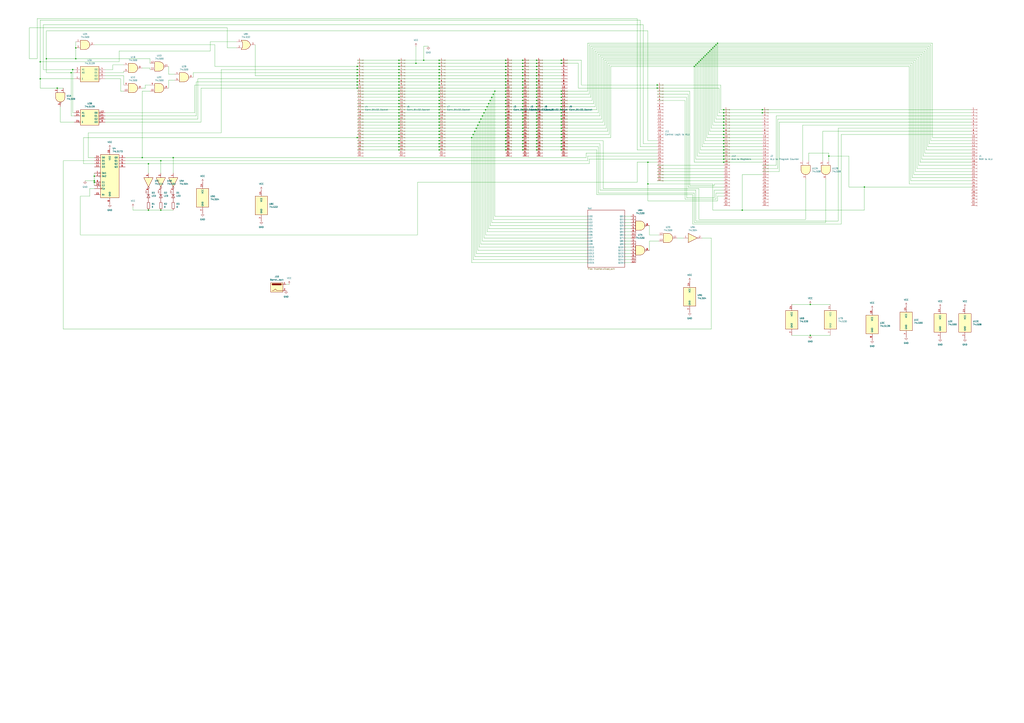
<source format=kicad_sch>
(kicad_sch (version 20231120) (generator "eeschema") (generator_version "8.0")
  (paper "A1")
  (junction (at 440.69 115.57))
  (junction (at 415.29 97.79))
  (junction (at 594.36 105.41))
  (junction (at 360.68 82.55))
  (junction (at 429.26 115.57))
  (junction (at 461.01 92.71))
  (junction (at 440.69 123.19))
  (junction (at 293.37 113.03))
  (junction (at 574.04 50.8))
  (junction (at 594.36 133.35))
  (junction (at 440.69 85.09))
  (junction (at 461.01 120.65))
  (junction (at 360.68 52.07))
  (junction (at 594.36 130.81))
  (junction (at 429.26 92.71))
  (junction (at 360.68 102.87))
  (junction (at 461.01 100.33))
  (junction (at 572.77 52.07))
  (junction (at 594.36 107.95))
  (junction (at 461.01 102.87))
  (junction (at 579.12 45.72))
  (junction (at 709.93 153.67))
  (junction (at 327.66 118.11))
  (junction (at 415.29 64.77))
  (junction (at 429.26 107.95))
  (junction (at 360.68 92.71))
  (junction (at 594.36 128.27))
  (junction (at 594.36 102.87))
  (junction (at 626.11 90.17))
  (junction (at 360.68 74.93))
  (junction (at 341.63 52.07))
  (junction (at 429.26 67.31))
  (junction (at 62.23 48.26))
  (junction (at 58.42 59.69))
  (junction (at 327.66 49.53))
  (junction (at 415.29 120.65))
  (junction (at 327.66 115.57))
  (junction (at 400.05 87.63))
  (junction (at 293.37 62.23))
  (junction (at 581.66 43.18))
  (junction (at 402.59 82.55))
  (junction (at 440.69 49.53))
  (junction (at 594.36 123.19))
  (junction (at 594.36 120.65))
  (junction (at 360.68 59.69))
  (junction (at 584.2 40.64))
  (junction (at 429.26 69.85))
  (junction (at 680.72 128.27))
  (junction (at 440.69 113.03))
  (junction (at 440.69 62.23))
  (junction (at 415.29 54.61))
  (junction (at 429.26 57.15))
  (junction (at 461.01 85.09))
  (junction (at 461.01 113.03))
  (junction (at 360.68 69.85))
  (junction (at 121.92 134.62))
  (junction (at 327.66 105.41))
  (junction (at 33.02 64.77))
  (junction (at 429.26 87.63))
  (junction (at 415.29 80.01))
  (junction (at 401.32 85.09))
  (junction (at 415.29 90.17))
  (junction (at 360.68 100.33))
  (junction (at 360.68 64.77))
  (junction (at 461.01 90.17))
  (junction (at 429.26 100.33))
  (junction (at 327.66 90.17))
  (junction (at 440.69 77.47))
  (junction (at 389.89 107.95))
  (junction (at 327.66 82.55))
  (junction (at 440.69 97.79))
  (junction (at 293.37 64.77))
  (junction (at 588.01 36.83))
  (junction (at 293.37 72.39))
  (junction (at 589.28 35.56))
  (junction (at 429.26 85.09))
  (junction (at 429.26 49.53))
  (junction (at 327.66 102.87))
  (junction (at 539.75 72.39))
  (junction (at 415.29 113.03))
  (junction (at 440.69 80.01))
  (junction (at 293.37 57.15))
  (junction (at 461.01 52.07))
  (junction (at 360.68 113.03))
  (junction (at 429.26 97.79))
  (junction (at 415.29 105.41))
  (junction (at 396.24 95.25))
  (junction (at 391.16 105.41))
  (junction (at 415.29 100.33))
  (junction (at 327.66 92.71))
  (junction (at 532.13 133.35))
  (junction (at 440.69 87.63))
  (junction (at 415.29 67.31))
  (junction (at 461.01 95.25))
  (junction (at 440.69 95.25))
  (junction (at 406.4 74.93))
  (junction (at 429.26 62.23))
  (junction (at 360.68 120.65))
  (junction (at 62.23 39.37))
  (junction (at 347.98 49.53))
  (junction (at 594.36 113.03))
  (junction (at 461.01 87.63))
  (junction (at 360.68 80.01))
  (junction (at 327.66 85.09))
  (junction (at 429.26 123.19))
  (junction (at 403.86 80.01))
  (junction (at 360.68 62.23))
  (junction (at 59.69 57.15))
  (junction (at 405.13 77.47))
  (junction (at 429.26 90.17))
  (junction (at 586.74 38.1))
  (junction (at 415.29 82.55))
  (junction (at 327.66 123.19))
  (junction (at 77.47 149.86))
  (junction (at 585.47 39.37))
  (junction (at 293.37 59.69))
  (junction (at 594.36 97.79))
  (junction (at 77.47 144.78))
  (junction (at 415.29 102.87))
  (junction (at 461.01 123.19))
  (junction (at 415.29 77.47))
  (junction (at 461.01 49.53))
  (junction (at 415.29 74.93))
  (junction (at 415.29 115.57))
  (junction (at 461.01 110.49))
  (junction (at 415.29 123.19))
  (junction (at 327.66 87.63))
  (junction (at 594.36 118.11))
  (junction (at 440.69 120.65))
  (junction (at 582.93 41.91))
  (junction (at 415.29 110.49))
  (junction (at 293.37 69.85))
  (junction (at 415.29 49.53))
  (junction (at 415.29 62.23))
  (junction (at 360.68 57.15))
  (junction (at 461.01 105.41))
  (junction (at 440.69 110.49))
  (junction (at 360.68 95.25))
  (junction (at 440.69 57.15))
  (junction (at 132.08 172.72))
  (junction (at 415.29 118.11))
  (junction (at 116.84 129.54))
  (junction (at 440.69 54.61))
  (junction (at 440.69 59.69))
  (junction (at 415.29 57.15))
  (junction (at 429.26 110.49))
  (junction (at 327.66 80.01))
  (junction (at 327.66 62.23))
  (junction (at 440.69 74.93))
  (junction (at 577.85 46.99))
  (junction (at 397.51 92.71))
  (junction (at 594.36 110.49))
  (junction (at 360.68 115.57))
  (junction (at 360.68 118.11))
  (junction (at 77.47 148.59))
  (junction (at 392.43 102.87))
  (junction (at 594.36 125.73))
  (junction (at 665.48 250.19))
  (junction (at 539.75 69.85))
  (junction (at 429.26 82.55))
  (junction (at 393.7 100.33))
  (junction (at 327.66 74.93))
  (junction (at 415.29 59.69))
  (junction (at 461.01 77.47))
  (junction (at 570.23 54.61))
  (junction (at 360.68 90.17))
  (junction (at 440.69 72.39))
  (junction (at 580.39 44.45))
  (junction (at 46.99 72.39))
  (junction (at 609.6 172.72))
  (junction (at 415.29 72.39))
  (junction (at 461.01 97.79))
  (junction (at 440.69 105.41))
  (junction (at 388.62 110.49))
  (junction (at 38.1 48.26))
  (junction (at 327.66 97.79))
  (junction (at 327.66 100.33))
  (junction (at 327.66 107.95))
  (junction (at 429.26 105.41))
  (junction (at 327.66 64.77))
  (junction (at 440.69 52.07))
  (junction (at 360.68 49.53))
  (junction (at 327.66 54.61))
  (junction (at 461.01 118.11))
  (junction (at 360.68 110.49))
  (junction (at 429.26 80.01))
  (junction (at 532.13 151.13))
  (junction (at 142.24 129.54))
  (junction (at 387.35 113.03))
  (junction (at 429.26 54.61))
  (junction (at 360.68 105.41))
  (junction (at 415.29 69.85))
  (junction (at 429.26 72.39))
  (junction (at 394.97 97.79))
  (junction (at 360.68 87.63))
  (junction (at 327.66 77.47))
  (junction (at 594.36 95.25))
  (junction (at 327.66 69.85))
  (junction (at 440.69 69.85))
  (junction (at 594.36 90.17))
  (junction (at 594.36 92.71))
  (junction (at 429.26 59.69))
  (junction (at 360.68 54.61))
  (junction (at 360.68 67.31))
  (junction (at 327.66 59.69))
  (junction (at 415.29 95.25))
  (junction (at 327.66 120.65))
  (junction (at 461.01 115.57))
  (junction (at 461.01 80.01))
  (junction (at 415.29 92.71))
  (junction (at 429.26 95.25))
  (junction (at 575.31 49.53))
  (junction (at 415.29 52.07))
  (junction (at 33.02 50.8))
  (junction (at 461.01 107.95))
  (junction (at 665.48 275.59))
  (junction (at 360.68 107.95))
  (junction (at 327.66 67.31))
  (junction (at 293.37 54.61))
  (junction (at 626.11 92.71))
  (junction (at 429.26 64.77))
  (junction (at 415.29 87.63))
  (junction (at 429.26 118.11))
  (junction (at 327.66 95.25))
  (junction (at 440.69 118.11))
  (junction (at 461.01 82.55))
  (junction (at 360.68 123.19))
  (junction (at 429.26 77.47))
  (junction (at 327.66 113.03))
  (junction (at 594.36 115.57))
  (junction (at 576.58 48.26))
  (junction (at 461.01 74.93))
  (junction (at 398.78 90.17))
  (junction (at 327.66 52.07))
  (junction (at 440.69 100.33))
  (junction (at 415.29 107.95))
  (junction (at 429.26 74.93))
  (junction (at 429.26 113.03))
  (junction (at 121.92 172.72))
  (junction (at 440.69 67.31))
  (junction (at 415.29 85.09))
  (junction (at 132.08 132.08))
  (junction (at 594.36 100.33))
  (junction (at 440.69 102.87))
  (junction (at 429.26 120.65))
  (junction (at 440.69 82.55))
  (junction (at 360.68 77.47))
  (junction (at 429.26 52.07))
  (junction (at 360.68 85.09))
  (junction (at 360.68 97.79))
  (junction (at 440.69 92.71))
  (junction (at 429.26 102.87))
  (junction (at 327.66 110.49))
  (junction (at 293.37 67.31))
  (junction (at 360.68 72.39))
  (junction (at 571.5 53.34))
  (junction (at 327.66 57.15))
  (junction (at 327.66 72.39))
  (junction (at 440.69 64.77))
  (junction (at 440.69 90.17))
  (junction (at 440.69 107.95))
  (wire (pts (xy 440.69 62.23) (xy 461.01 62.23)))
  (wire (pts (xy 162.56 64.77) (xy 293.37 64.77)))
  (wire (pts (xy 387.35 215.9) (xy 482.6 215.9)))
  (wire (pts (xy 38.1 48.26) (xy 62.23 48.26)))
  (wire (pts (xy 759.46 125.73) (xy 797.56 125.73)))
  (wire (pts (xy 570.23 54.61) (xy 501.65 54.61)))
  (wire (pts (xy 568.96 184.15) (xy 690.88 184.15)))
  (wire (pts (xy 594.36 90.17) (xy 626.11 90.17)))
  (wire (pts (xy 293.37 57.15) (xy 327.66 57.15)))
  (wire (pts (xy 86.36 59.69) (xy 101.6 59.69)))
  (wire (pts (xy 532.13 133.35) (xy 539.75 133.35)))
  (wire (pts (xy 585.47 172.72) (xy 585.47 151.13)))
  (wire (pts (xy 52.07 132.08) (xy 77.47 132.08)))
  (wire (pts (xy 429.26 64.77) (xy 440.69 64.77)))
  (wire (pts (xy 539.75 138.43) (xy 594.36 138.43)))
  (wire (pts (xy 440.69 67.31) (xy 461.01 67.31)))
  (wire (pts (xy 327.66 74.93) (xy 360.68 74.93)))
  (wire (pts (xy 576.58 48.26) (xy 576.58 120.65)))
  (wire (pts (xy 533.4 193.04) (xy 541.02 193.04)))
  (wire (pts (xy 539.75 123.19) (xy 523.24 123.19)))
  (wire (pts (xy 576.58 48.26) (xy 753.11 48.26)))
  (wire (pts (xy 24.13 48.26) (xy 24.13 22.86)))
  (wire (pts (xy 327.66 120.65) (xy 360.68 120.65)))
  (wire (pts (xy 586.74 156.21) (xy 586.74 162.56)))
  (wire (pts (xy 327.66 77.47) (xy 360.68 77.47)))
  (wire (pts (xy 495.3 48.26) (xy 576.58 48.26)))
  (wire (pts (xy 513.08 195.58) (xy 518.16 195.58)))
  (wire (pts (xy 234.95 233.68) (xy 237.49 233.68)))
  (wire (pts (xy 594.36 133.35) (xy 626.11 133.35)))
  (wire (pts (xy 594.36 92.71) (xy 626.11 92.71)))
  (wire (pts (xy 415.29 49.53) (xy 429.26 49.53)))
  (wire (pts (xy 394.97 200.66) (xy 482.6 200.66)))
  (wire (pts (xy 758.19 43.18) (xy 758.19 128.27)))
  (wire (pts (xy 360.68 95.25) (xy 396.24 95.25)))
  (wire (pts (xy 570.23 54.61) (xy 570.23 133.35)))
  (wire (pts (xy 415.29 62.23) (xy 429.26 62.23)))
  (wire (pts (xy 572.77 52.07) (xy 749.3 52.07)))
  (wire (pts (xy 38.1 59.69) (xy 38.1 48.26)))
  (wire (pts (xy 86.36 95.25) (xy 161.29 95.25)))
  (wire (pts (xy 748.03 53.34) (xy 748.03 148.59)))
  (wire (pts (xy 513.08 198.12) (xy 518.16 198.12)))
  (wire (pts (xy 388.62 110.49) (xy 415.29 110.49)))
  (wire (pts (xy 360.68 107.95) (xy 389.89 107.95)))
  (wire (pts (xy 572.77 52.07) (xy 499.11 52.07)))
  (wire (pts (xy 594.36 125.73) (xy 626.11 125.73)))
  (wire (pts (xy 709.93 153.67) (xy 697.23 153.67)))
  (wire (pts (xy 525.78 120.65) (xy 539.75 120.65)))
  (wire (pts (xy 626.11 92.71) (xy 797.56 92.71)))
  (wire (pts (xy 594.36 118.11) (xy 626.11 118.11)))
  (wire (pts (xy 396.24 95.25) (xy 415.29 95.25)))
  (wire (pts (xy 360.68 69.85) (xy 415.29 69.85)))
  (wire (pts (xy 750.57 143.51) (xy 797.56 143.51)))
  (wire (pts (xy 440.69 85.09) (xy 461.01 85.09)))
  (wire (pts (xy 440.69 87.63) (xy 461.01 87.63)))
  (wire (pts (xy 293.37 72.39) (xy 327.66 72.39)))
  (wire (pts (xy 594.36 113.03) (xy 626.11 113.03)))
  (wire (pts (xy 756.92 130.81) (xy 797.56 130.81)))
  (wire (pts (xy 293.37 105.41) (xy 327.66 105.41)))
  (wire (pts (xy 678.18 147.32) (xy 678.18 182.88)))
  (wire (pts (xy 393.7 203.2) (xy 393.7 100.33)))
  (wire (pts (xy 415.29 64.77) (xy 429.26 64.77)))
  (wire (pts (xy 360.68 62.23) (xy 415.29 62.23)))
  (wire (pts (xy 68.58 134.62) (xy 77.47 134.62)))
  (wire (pts (xy 176.53 54.61) (xy 293.37 54.61)))
  (wire (pts (xy 327.66 105.41) (xy 360.68 105.41)))
  (wire (pts (xy 209.55 36.83) (xy 209.55 62.23)))
  (wire (pts (xy 491.49 92.71) (xy 461.01 92.71)))
  (wire (pts (xy 523.24 133.35) (xy 532.13 133.35)))
  (wire (pts (xy 594.36 97.79) (xy 626.11 97.79)))
  (wire (pts (xy 650.24 275.59) (xy 665.48 275.59)))
  (wire (pts (xy 576.58 195.58) (xy 584.2 195.58)))
  (wire (pts (xy 763.27 38.1) (xy 763.27 118.11)))
  (wire (pts (xy 429.26 120.65) (xy 440.69 120.65)))
  (wire (pts (xy 102.87 132.08) (xy 132.08 132.08)))
  (wire (pts (xy 293.37 100.33) (xy 327.66 100.33)))
  (wire (pts (xy 609.6 172.72) (xy 585.47 172.72)))
  (wire (pts (xy 429.26 115.57) (xy 440.69 115.57)))
  (wire (pts (xy 429.26 97.79) (xy 440.69 97.79)))
  (wire (pts (xy 490.22 90.17) (xy 490.22 43.18)))
  (wire (pts (xy 400.05 190.5) (xy 482.6 190.5)))
  (wire (pts (xy 440.69 80.01) (xy 461.01 80.01)))
  (wire (pts (xy 582.93 41.91) (xy 488.95 41.91)))
  (wire (pts (xy 429.26 82.55) (xy 440.69 82.55)))
  (wire (pts (xy 397.51 195.58) (xy 482.6 195.58)))
  (wire (pts (xy 594.36 156.21) (xy 586.74 156.21)))
  (wire (pts (xy 415.29 85.09) (xy 429.26 85.09)))
  (wire (pts (xy 589.28 165.1) (xy 532.13 165.1)))
  (wire (pts (xy 77.47 144.78) (xy 77.47 148.59)))
  (wire (pts (xy 539.75 148.59) (xy 594.36 148.59)))
  (wire (pts (xy 293.37 92.71) (xy 327.66 92.71)))
  (wire (pts (xy 429.26 118.11) (xy 440.69 118.11)))
  (wire (pts (xy 497.84 50.8) (xy 574.04 50.8)))
  (wire (pts (xy 582.93 107.95) (xy 594.36 107.95)))
  (wire (pts (xy 562.61 163.83) (xy 588.01 163.83)))
  (wire (pts (xy 401.32 187.96) (xy 482.6 187.96)))
  (wire (pts (xy 680.72 128.27) (xy 680.72 125.73)))
  (wire (pts (xy 406.4 177.8) (xy 406.4 74.93)))
  (wire (pts (xy 539.75 77.47) (xy 565.15 77.47)))
  (wire (pts (xy 497.84 105.41) (xy 497.84 50.8)))
  (wire (pts (xy 594.36 102.87) (xy 626.11 102.87)))
  (wire (pts (xy 461.01 74.93) (xy 482.6 74.93)))
  (wire (pts (xy 99.06 74.93) (xy 101.6 74.93)))
  (wire (pts (xy 360.68 97.79) (xy 394.97 97.79)))
  (wire (pts (xy 293.37 123.19) (xy 327.66 123.19)))
  (wire (pts (xy 594.36 120.65) (xy 626.11 120.65)))
  (wire (pts (xy 588.01 158.75) (xy 594.36 158.75)))
  (wire (pts (xy 403.86 182.88) (xy 482.6 182.88)))
  (wire (pts (xy 574.04 50.8) (xy 574.04 125.73)))
  (wire (pts (xy 116.84 129.54) (xy 142.24 129.54)))
  (wire (pts (xy 389.89 210.82) (xy 389.89 107.95)))
  (wire (pts (xy 293.37 54.61) (xy 327.66 54.61)))
  (wire (pts (xy 327.66 67.31) (xy 360.68 67.31)))
  (wire (pts (xy 797.56 100.33) (xy 640.08 100.33)))
  (wire (pts (xy 797.56 105.41) (xy 688.34 105.41)))
  (wire (pts (xy 440.69 100.33) (xy 461.01 100.33)))
  (wire (pts (xy 541.02 198.12) (xy 533.4 198.12)))
  (wire (pts (xy 360.68 100.33) (xy 393.7 100.33)))
  (wire (pts (xy 589.28 161.29) (xy 589.28 165.1)))
  (wire (pts (xy 181.61 109.22) (xy 72.39 109.22)))
  (wire (pts (xy 440.69 95.25) (xy 461.01 95.25)))
  (wire (pts (xy 584.2 105.41) (xy 594.36 105.41)))
  (wire (pts (xy 360.68 52.07) (xy 415.29 52.07)))
  (wire (pts (xy 86.36 92.71) (xy 160.02 92.71)))
  (wire (pts (xy 92.71 57.15) (xy 92.71 53.34)))
  (wire (pts (xy 490.22 160.02) (xy 490.22 123.19)))
  (wire (pts (xy 581.66 43.18) (xy 758.19 43.18)))
  (wire (pts (xy 590.55 92.71) (xy 590.55 72.39)))
  (wire (pts (xy 501.65 54.61) (xy 501.65 113.03)))
  (wire (pts (xy 429.26 67.31) (xy 440.69 67.31)))
  (wire (pts (xy 58.42 95.25) (xy 58.42 59.69)))
  (wire (pts (xy 590.55 72.39) (xy 539.75 72.39)))
  (wire (pts (xy 293.37 77.47) (xy 327.66 77.47)))
  (wire (pts (xy 488.95 41.91) (xy 488.95 87.63)))
  (wire (pts (xy 398.78 193.04) (xy 398.78 90.17)))
  (wire (pts (xy 327.66 62.23) (xy 360.68 62.23)))
  (wire (pts (xy 58.42 59.69) (xy 38.1 59.69)))
  (wire (pts (xy 360.68 90.17) (xy 398.78 90.17)))
  (wire (pts (xy 429.26 113.03) (xy 440.69 113.03)))
  (wire (pts (xy 499.11 52.07) (xy 499.11 107.95)))
  (wire (pts (xy 406.4 177.8) (xy 482.6 177.8)))
  (wire (pts (xy 415.29 74.93) (xy 429.26 74.93)))
  (wire (pts (xy 33.02 64.77) (xy 33.02 72.39)))
  (wire (pts (xy 594.36 128.27) (xy 626.11 128.27)))
  (wire (pts (xy 415.29 92.71) (xy 429.26 92.71)))
  (wire (pts (xy 360.68 64.77) (xy 415.29 64.77)))
  (wire (pts (xy 566.42 152.4) (xy 586.74 152.4)))
  (wire (pts (xy 576.58 120.65) (xy 594.36 120.65)))
  (wire (pts (xy 59.69 57.15) (xy 59.69 92.71)))
  (wire (pts (xy 764.54 36.83) (xy 764.54 115.57)))
  (wire (pts (xy 60.96 95.25) (xy 58.42 95.25)))
  (wire (pts (xy 440.69 110.49) (xy 461.01 110.49)))
  (wire (pts (xy 523.24 149.86) (xy 523.24 133.35)))
  (wire (pts (xy 415.29 105.41) (xy 429.26 105.41)))
  (wire (pts (xy 293.37 80.01) (xy 327.66 80.01)))
  (wire (pts (xy 391.16 208.28) (xy 482.6 208.28)))
  (wire (pts (xy 293.37 59.69) (xy 327.66 59.69)))
  (wire (pts (xy 488.95 87.63) (xy 461.01 87.63)))
  (wire (pts (xy 591.82 90.17) (xy 594.36 90.17)))
  (wire (pts (xy 415.29 100.33) (xy 429.26 100.33)))
  (wire (pts (xy 797.56 95.25) (xy 637.54 95.25)))
  (wire (pts (xy 391.16 208.28) (xy 391.16 105.41)))
  (wire (pts (xy 327.66 59.69) (xy 360.68 59.69)))
  (wire (pts (xy 165.1 100.33) (xy 165.1 72.39)))
  (wire (pts (xy 138.43 60.96) (xy 143.51 60.96)))
  (wire (pts (xy 429.26 85.09) (xy 440.69 85.09)))
  (wire (pts (xy 461.01 120.65) (xy 491.49 120.65)))
  (wire (pts (xy 594.36 123.19) (xy 626.11 123.19)))
  (wire (pts (xy 77.47 36.83) (xy 176.53 36.83)))
  (wire (pts (xy 347.98 38.1) (xy 347.98 49.53)))
  (wire (pts (xy 293.37 102.87) (xy 327.66 102.87)))
  (wire (pts (xy 501.65 113.03) (xy 461.01 113.03)))
  (wire (pts (xy 440.69 123.19) (xy 461.01 123.19)))
  (wire (pts (xy 327.66 100.33) (xy 360.68 100.33)))
  (wire (pts (xy 756.92 44.45) (xy 756.92 130.81)))
  (wire (pts (xy 440.69 105.41) (xy 461.01 105.41)))
  (wire (pts (xy 589.28 95.25) (xy 594.36 95.25)))
  (wire (pts (xy 491.49 120.65) (xy 491.49 158.75)))
  (wire (pts (xy 99.06 64.77) (xy 99.06 74.93)))
  (wire (pts (xy 116.84 129.54) (xy 102.87 129.54)))
  (wire (pts (xy 403.86 182.88) (xy 403.86 80.01)))
  (wire (pts (xy 429.26 72.39) (xy 440.69 72.39)))
  (wire (pts (xy 360.68 92.71) (xy 397.51 92.71)))
  (wire (pts (xy 461.01 85.09) (xy 487.68 85.09)))
  (wire (pts (xy 293.37 87.63) (xy 327.66 87.63)))
  (wire (pts (xy 440.69 102.87) (xy 461.01 102.87)))
  (wire (pts (xy 571.5 181.61) (xy 688.34 181.61)))
  (wire (pts (xy 293.37 67.31) (xy 327.66 67.31)))
  (wire (pts (xy 405.13 180.34) (xy 405.13 77.47)))
  (wire (pts (xy 482.6 35.56) (xy 589.28 35.56)))
  (wire (pts (xy 33.02 50.8) (xy 33.02 64.77)))
  (wire (pts (xy 568.96 184.15) (xy 568.96 160.02)))
  (wire (pts (xy 62.23 39.37) (xy 62.23 48.26)))
  (wire (pts (xy 533.4 198.12) (xy 533.4 205.74)))
  (wire (pts (xy 440.69 107.95) (xy 461.01 107.95)))
  (wire (pts (xy 429.26 100.33) (xy 440.69 100.33)))
  (wire (pts (xy 659.13 102.87) (xy 659.13 132.08)))
  (wire (pts (xy 293.37 97.79) (xy 327.66 97.79)))
  (wire (pts (xy 513.08 203.2) (xy 518.16 203.2)))
  (wire (pts (xy 496.57 49.53) (xy 496.57 102.87)))
  (wire (pts (xy 513.08 182.88) (xy 518.16 182.88)))
  (wire (pts (xy 60.96 92.71) (xy 59.69 92.71)))
  (wire (pts (xy 626.11 143.51) (xy 609.6 143.51)))
  (wire (pts (xy 415.29 90.17) (xy 429.26 90.17)))
  (wire (pts (xy 30.48 15.24) (xy 30.48 48.26)))
  (wire (pts (xy 797.56 153.67) (xy 709.93 153.67)))
  (wire (pts (xy 513.08 208.28) (xy 518.16 208.28)))
  (wire (pts (xy 415.29 107.95) (xy 429.26 107.95)))
  (wire (pts (xy 637.54 135.89) (xy 626.11 135.89)))
  (wire (pts (xy 485.14 80.01) (xy 485.14 38.1)))
  (wire (pts (xy 481.33 129.54) (xy 481.33 125.73)))
  (wire (pts (xy 765.81 35.56) (xy 765.81 113.03)))
  (wire (pts (xy 109.22 170.18) (xy 109.22 172.72)))
  (wire (pts (xy 400.05 87.63) (xy 415.29 87.63)))
  (wire (pts (xy 626.11 90.17) (xy 797.56 90.17)))
  (wire (pts (xy 584.2 270.51) (xy 52.07 270.51)))
  (wire (pts (xy 579.12 45.72) (xy 579.12 115.57)))
  (wire (pts (xy 486.41 39.37) (xy 486.41 82.55)))
  (wire (pts (xy 121.92 134.62) (xy 483.87 134.62)))
  (wire (pts (xy 746.76 54.61) (xy 746.76 151.13)))
  (wire (pts (xy 586.74 162.56) (xy 563.88 162.56)))
  (wire (pts (xy 586.74 151.13) (xy 594.36 151.13)))
  (wire (pts (xy 523.24 15.24) (xy 30.48 15.24)))
  (wire (pts (xy 513.08 187.96) (xy 518.16 187.96)))
  (wire (pts (xy 461.01 100.33) (xy 495.3 100.33)))
  (wire (pts (xy 72.39 129.54) (xy 77.47 129.54)))
  (wire (pts (xy 461.01 105.41) (xy 497.84 105.41)))
  (wire (pts (xy 577.85 46.99) (xy 754.38 46.99)))
  (wire (pts (xy 132.08 132.08) (xy 482.6 132.08)))
  (wire (pts (xy 637.54 95.25) (xy 637.54 135.89)))
  (wire (pts (xy 440.69 64.77) (xy 461.01 64.77)))
  (wire (pts (xy 797.56 110.49) (xy 690.88 110.49)))
  (wire (pts (xy 360.68 59.69) (xy 415.29 59.69)))
  (wire (pts (xy 575.31 49.53) (xy 575.31 123.19)))
  (wire (pts (xy 584.2 40.64) (xy 584.2 105.41)))
  (wire (pts (xy 402.59 82.55) (xy 415.29 82.55)))
  (wire (pts (xy 581.66 43.18) (xy 581.66 110.49)))
  (wire (pts (xy 665.48 275.59) (xy 681.99 275.59)))
  (wire (pts (xy 415.29 80.01) (xy 429.26 80.01)))
  (wire (pts (xy 577.85 46.99) (xy 494.03 46.99)))
  (wire (pts (xy 415.29 97.79) (xy 429.26 97.79)))
  (wire (pts (xy 665.48 250.19) (xy 681.99 250.19)))
  (wire (pts (xy 402.59 185.42) (xy 482.6 185.42)))
  (wire (pts (xy 481.33 125.73) (xy 539.75 125.73)))
  (wire (pts (xy 327.66 64.77) (xy 360.68 64.77)))
  (wire (pts (xy 533.4 185.42) (xy 533.4 193.04)))
  (wire (pts (xy 116.84 74.93) (xy 116.84 129.54)))
  (wire (pts (xy 341.63 52.07) (xy 360.68 52.07)))
  (wire (pts (xy 327.66 85.09) (xy 360.68 85.09)))
  (wire (pts (xy 579.12 45.72) (xy 755.65 45.72)))
  (wire (pts (xy 398.78 90.17) (xy 415.29 90.17)))
  (wire (pts (xy 160.02 92.71) (xy 160.02 69.85)))
  (wire (pts (xy 582.93 41.91) (xy 759.46 41.91)))
  (wire (pts (xy 429.26 77.47) (xy 440.69 77.47)))
  (wire (pts (xy 389.89 210.82) (xy 482.6 210.82)))
  (wire (pts (xy 485.14 38.1) (xy 586.74 38.1)))
  (wire (pts (xy 513.08 213.36) (xy 518.16 213.36)))
  (wire (pts (xy 293.37 85.09) (xy 327.66 85.09)))
  (wire (pts (xy 429.26 110.49) (xy 440.69 110.49)))
  (wire (pts (xy 360.68 85.09) (xy 401.32 85.09)))
  (wire (pts (xy 342.9 193.04) (xy 342.9 149.86)))
  (wire (pts (xy 138.43 66.04) (xy 143.51 66.04)))
  (wire (pts (xy 327.66 52.07) (xy 341.63 52.07)))
  (wire (pts (xy 440.69 90.17) (xy 461.01 90.17)))
  (wire (pts (xy 73.66 154.94) (xy 77.47 154.94)))
  (wire (pts (xy 591.82 69.85) (xy 539.75 69.85)))
  (wire (pts (xy 327.66 118.11) (xy 360.68 118.11)))
  (wire (pts (xy 327.66 92.71) (xy 360.68 92.71)))
  (wire (pts (xy 762 120.65) (xy 797.56 120.65)))
  (wire (pts (xy 293.37 110.49) (xy 327.66 110.49)))
  (wire (pts (xy 181.61 57.15) (xy 293.37 57.15)))
  (wire (pts (xy 293.37 74.93) (xy 327.66 74.93)))
  (wire (pts (xy 664.21 125.73) (xy 664.21 132.08)))
  (wire (pts (xy 461.01 95.25) (xy 492.76 95.25)))
  (wire (pts (xy 563.88 162.56) (xy 563.88 80.01)))
  (wire (pts (xy 640.08 100.33) (xy 640.08 140.97)))
  (wire (pts (xy 523.24 123.19) (xy 523.24 15.24)))
  (wire (pts (xy 754.38 135.89) (xy 797.56 135.89)))
  (wire (pts (xy 487.68 85.09) (xy 487.68 40.64)))
  (wire (pts (xy 585.47 151.13) (xy 532.13 151.13)))
  (wire (pts (xy 440.69 82.55) (xy 461.01 82.55)))
  (wire (pts (xy 532.13 115.57) (xy 539.75 115.57)))
  (wire (pts (xy 440.69 69.85) (xy 461.01 69.85)))
  (wire (pts (xy 342.9 149.86) (xy 523.24 149.86)))
  (wire (pts (xy 33.02 16.51) (xy 525.78 16.51)))
  (wire (pts (xy 293.37 62.23) (xy 327.66 62.23)))
  (wire (pts (xy 749.3 146.05) (xy 797.56 146.05)))
  (wire (pts (xy 172.72 34.29) (xy 194.31 34.29)))
  (wire (pts (xy 492.76 95.25) (xy 492.76 45.72)))
  (wire (pts (xy 755.65 133.35) (xy 797.56 133.35)))
  (wire (pts (xy 293.37 95.25) (xy 327.66 95.25)))
  (wire (pts (xy 556.26 195.58) (xy 561.34 195.58)))
  (wire (pts (xy 495.3 154.94) (xy 495.3 115.57)))
  (wire (pts (xy 429.26 62.23) (xy 440.69 62.23)))
  (wire (pts (xy 568.96 160.02) (xy 490.22 160.02)))
  (wire (pts (xy 49.53 100.33) (xy 60.96 100.33)))
  (wire (pts (xy 764.54 115.57) (xy 797.56 115.57)))
  (wire (pts (xy 586.74 100.33) (xy 594.36 100.33)))
  (wire (pts (xy 763.27 118.11) (xy 797.56 118.11)))
  (wire (pts (xy 591.82 90.17) (xy 591.82 69.85)))
  (wire (pts (xy 293.37 82.55) (xy 327.66 82.55)))
  (wire (pts (xy 477.52 49.53) (xy 477.52 69.85)))
  (wire (pts (xy 440.69 77.47) (xy 461.01 77.47)))
  (wire (pts (xy 121.92 172.72) (xy 132.08 172.72)))
  (wire (pts (xy 388.62 213.36) (xy 388.62 110.49)))
  (wire (pts (xy 709.93 153.67) (xy 709.93 172.72)))
  (wire (pts (xy 594.36 115.57) (xy 626.11 115.57)))
  (wire (pts (xy 532.13 25.4) (xy 532.13 115.57)))
  (wire (pts (xy 293.37 64.77) (xy 327.66 64.77)))
  (wire (pts (xy 397.51 92.71) (xy 415.29 92.71)))
  (wire (pts (xy 429.26 105.41) (xy 440.69 105.41)))
  (wire (pts (xy 293.37 52.07) (xy 327.66 52.07)))
  (wire (pts (xy 513.08 185.42) (xy 518.16 185.42)))
  (wire (pts (xy 528.32 20.32) (xy 35.56 20.32)))
  (wire (pts (xy 429.26 95.25) (xy 440.69 95.25)))
  (wire (pts (xy 590.55 92.71) (xy 594.36 92.71)))
  (wire (pts (xy 753.11 138.43) (xy 797.56 138.43)))
  (wire (pts (xy 588.01 163.83) (xy 588.01 158.75)))
  (wire (pts (xy 440.69 97.79) (xy 461.01 97.79)))
  (wire (pts (xy 116.84 72.39) (xy 119.38 72.39)))
  (wire (pts (xy 580.39 44.45) (xy 491.49 44.45)))
  (wire (pts (xy 59.69 57.15) (xy 35.56 57.15)))
  (wire (pts (xy 513.08 180.34) (xy 518.16 180.34)))
  (wire (pts (xy 585.47 39.37) (xy 762 39.37)))
  (wire (pts (xy 33.02 72.39) (xy 46.99 72.39)))
  (wire (pts (xy 474.98 52.07) (xy 461.01 52.07)))
  (wire (pts (xy 461.01 90.17) (xy 490.22 90.17)))
  (wire (pts (xy 539.75 118.11) (xy 528.32 118.11)))
  (wire (pts (xy 594.36 100.33) (xy 626.11 100.33)))
  (wire (pts (xy 563.88 80.01) (xy 539.75 80.01)))
  (wire (pts (xy 539.75 146.05) (xy 594.36 146.05)))
  (wire (pts (xy 162.56 97.79) (xy 162.56 64.77)))
  (wire (pts (xy 539.75 135.89) (xy 594.36 135.89)))
  (wire (pts (xy 483.87 130.81) (xy 483.87 134.62)))
  (wire (pts (xy 389.89 107.95) (xy 415.29 107.95)))
  (wire (pts (xy 580.39 44.45) (xy 756.92 44.45)))
  (wire (pts (xy 209.55 62.23) (xy 293.37 62.23)))
  (wire (pts (xy 400.05 190.5) (xy 400.05 87.63)))
  (wire (pts (xy 123.19 55.88) (xy 123.19 57.15)))
  (wire (pts (xy 415.29 72.39) (xy 429.26 72.39)))
  (wire (pts (xy 429.26 69.85) (xy 440.69 69.85)))
  (wire (pts (xy 161.29 67.31) (xy 293.37 67.31)))
  (wire (pts (xy 415.29 67.31) (xy 429.26 67.31)))
  (wire (pts (xy 482.6 128.27) (xy 482.6 132.08)))
  (wire (pts (xy 186.69 39.37) (xy 194.31 39.37)))
  (wire (pts (xy 754.38 46.99) (xy 754.38 135.89)))
  (wire (pts (xy 415.29 77.47) (xy 429.26 77.47)))
  (wire (pts (xy 650.24 250.19) (xy 665.48 250.19)))
  (wire (pts (xy 360.68 120.65) (xy 415.29 120.65)))
  (wire (pts (xy 594.36 110.49) (xy 626.11 110.49)))
  (wire (pts (xy 440.69 49.53) (xy 461.01 49.53)))
  (wire (pts (xy 626.11 138.43) (xy 638.81 138.43)))
  (wire (pts (xy 483.87 77.47) (xy 461.01 77.47)))
  (wire (pts (xy 33.02 50.8) (xy 97.79 50.8)))
  (wire (pts (xy 327.66 82.55) (xy 360.68 82.55)))
  (wire (pts (xy 571.5 181.61) (xy 571.5 156.21)))
  (wire (pts (xy 391.16 105.41) (xy 415.29 105.41)))
  (wire (pts (xy 753.11 48.26) (xy 753.11 138.43)))
  (wire (pts (xy 77.47 148.59) (xy 77.47 149.86)))
  (wire (pts (xy 574.04 50.8) (xy 750.57 50.8)))
  (wire (pts (xy 415.29 57.15) (xy 429.26 57.15)))
  (wire (pts (xy 360.68 49.53) (xy 415.29 49.53)))
  (wire (pts (xy 86.36 100.33) (xy 165.1 100.33)))
  (wire (pts (xy 539.75 140.97) (xy 594.36 140.97)))
  (wire (pts (xy 697.23 128.27) (xy 680.72 128.27)))
  (wire (pts (xy 142.24 129.54) (xy 481.33 129.54)))
  (wire (pts (xy 570.23 133.35) (xy 594.36 133.35)))
  (wire (pts (xy 539.75 74.93) (xy 566.42 74.93)))
  (wire (pts (xy 762 39.37) (xy 762 120.65)))
  (wire (pts (xy 158.75 63.5) (xy 158.75 59.69)))
  (wire (pts (xy 60.96 57.15) (xy 59.69 57.15)))
  (wire (pts (xy 750.57 50.8) (xy 750.57 143.51)))
  (wire (pts (xy 360.68 113.03) (xy 387.35 113.03)))
  (wire (pts (xy 327.66 69.85) (xy 360.68 69.85)))
  (wire (pts (xy 327.66 90.17) (xy 360.68 90.17)))
  (wire (pts (xy 513.08 190.5) (xy 518.16 190.5)))
  (wire (pts (xy 360.68 54.61) (xy 415.29 54.61)))
  (wire (pts (xy 577.85 46.99) (xy 577.85 118.11)))
  (wire (pts (xy 513.08 193.04) (xy 518.16 193.04)))
  (wire (pts (xy 584.2 40.64) (xy 760.73 40.64)))
  (wire (pts (xy 582.93 41.91) (xy 582.93 107.95)))
  (wire (pts (xy 574.04 154.94) (xy 495.3 154.94)))
  (wire (pts (xy 97.79 41.91) (xy 172.72 41.91)))
  (wire (pts (xy 123.19 48.26) (xy 123.19 52.07)))
  (wire (pts (xy 474.98 72.39) (xy 539.75 72.39)))
  (wire (pts (xy 571.5 53.34) (xy 748.03 53.34)))
  (wire (pts (xy 574.04 180.34) (xy 661.67 180.34)))
  (wire (pts (xy 396.24 198.12) (xy 482.6 198.12)))
  (wire (pts (xy 77.47 142.24) (xy 77.47 144.78)))
  (wire (pts (xy 66.04 161.29) (xy 73.66 161.29)))
  (wire (pts (xy 494.03 97.79) (xy 461.01 97.79)))
  (wire (pts (xy 186.69 22.86) (xy 186.69 39.37)))
  (wire (pts (xy 565.15 153.67) (xy 594.36 153.67)))
  (wire (pts (xy 387.35 113.03) (xy 415.29 113.03)))
  (wire (pts (xy 580.39 113.03) (xy 594.36 113.03)))
  (wire (pts (xy 429.26 107.95) (xy 440.69 107.95)))
  (wire (pts (xy 429.26 54.61) (xy 440.69 54.61)))
  (wire (pts (xy 109.22 172.72) (xy 121.92 172.72)))
  (wire (pts (xy 562.61 82.55) (xy 562.61 163.83)))
  (wire (pts (xy 415.29 95.25) (xy 429.26 95.25)))
  (wire (pts (xy 38.1 25.4) (xy 532.13 25.4)))
  (wire (pts (xy 415.29 110.49) (xy 429.26 110.49)))
  (wire (pts (xy 429.26 92.71) (xy 440.69 92.71)))
  (wire (pts (xy 749.3 52.07) (xy 749.3 146.05)))
  (wire (pts (xy 327.66 115.57) (xy 360.68 115.57)))
  (wire (pts (xy 327.66 49.53) (xy 347.98 49.53)))
  (wire (pts (xy 66.04 193.04) (xy 342.9 193.04)))
  (wire (pts (xy 394.97 200.66) (xy 394.97 97.79)))
  (wire (pts (xy 158.75 59.69) (xy 293.37 59.69)))
  (wire (pts (xy 415.29 113.03) (xy 429.26 113.03)))
  (wire (pts (xy 360.68 80.01) (xy 403.86 80.01)))
  (wire (pts (xy 429.26 49.53) (xy 440.69 49.53)))
  (wire (pts (xy 638.81 97.79) (xy 797.56 97.79)))
  (wire (pts (xy 490.22 123.19) (xy 461.01 123.19)))
  (wire (pts (xy 176.53 36.83) (xy 176.53 54.61)))
  (wire (pts (xy 680.72 125.73) (xy 664.21 125.73)))
  (wire (pts (xy 690.88 110.49) (xy 690.88 184.15)))
  (wire (pts (xy 403.86 80.01) (xy 415.29 80.01)))
  (wire (pts (xy 461.01 110.49) (xy 500.38 110.49)))
  (wire (pts (xy 360.68 77.47) (xy 405.13 77.47)))
  (wire (pts (xy 575.31 49.53) (xy 751.84 49.53)))
  (wire (pts (xy 748.03 148.59) (xy 797.56 148.59)))
  (wire (pts (xy 585.47 39.37) (xy 585.47 102.87)))
  (wire (pts (xy 30.48 48.26) (xy 24.13 48.26)))
  (wire (pts (xy 360.68 102.87) (xy 392.43 102.87)))
  (wire (pts (xy 483.87 36.83) (xy 483.87 77.47)))
  (wire (pts (xy 401.32 85.09) (xy 415.29 85.09)))
  (wire (pts (xy 351.79 38.1) (xy 347.98 38.1)))
  (wire (pts (xy 429.26 59.69) (xy 440.69 59.69)))
  (wire (pts (xy 585.47 39.37) (xy 486.41 39.37)))
  (wire (pts (xy 138.43 72.39) (xy 138.43 66.04)))
  (wire (pts (xy 539.75 143.51) (xy 594.36 143.51)))
  (wire (pts (xy 360.68 67.31) (xy 415.29 67.31)))
  (wire (pts (xy 69.85 148.59) (xy 77.47 148.59)))
  (wire (pts (xy 594.36 161.29) (xy 589.28 161.29)))
  (wire (pts (xy 327.66 113.03) (xy 360.68 113.03)))
  (wire (pts (xy 360.68 57.15) (xy 415.29 57.15)))
  (wire (pts (xy 640.08 140.97) (xy 626.11 140.97)))
  (wire (pts (xy 572.77 128.27) (xy 594.36 128.27)))
  (wire (pts (xy 415.29 115.57) (xy 429.26 115.57)))
  (wire (pts (xy 72.39 109.22) (xy 72.39 129.54)))
  (wire (pts (xy 570.23 158.75) (xy 570.23 182.88)))
  (wire (pts (xy 574.04 180.34) (xy 574.04 154.94)))
  (wire (pts (xy 62.23 48.26) (xy 123.19 48.26)))
  (wire (pts (xy 415.29 52.07) (xy 429.26 52.07)))
  (wire (pts (xy 661.67 147.32) (xy 661.67 180.34)))
  (wire (pts (xy 415.29 120.65) (xy 429.26 120.65)))
  (wire (pts (xy 405.13 77.47) (xy 415.29 77.47)))
  (wire (pts (xy 675.64 107.95) (xy 675.64 132.08)))
  (wire (pts (xy 513.08 200.66) (xy 518.16 200.66)))
  (wire (pts (xy 532.13 151.13) (xy 532.13 133.35)))
  (wire (pts (xy 123.19 74.93) (xy 116.84 74.93)))
  (wire (pts (xy 571.5 130.81) (xy 594.36 130.81)))
  (wire (pts (xy 132.08 132.08) (xy 132.08 142.24)))
  (wire (pts (xy 588.01 36.83) (xy 764.54 36.83)))
  (wire (pts (xy 293.37 69.85) (xy 327.66 69.85)))
  (wire (pts (xy 709.93 172.72) (xy 609.6 172.72)))
  (wire (pts (xy 388.62 213.36) (xy 482.6 213.36)))
  (wire (pts (xy 680.72 132.08) (xy 680.72 128.27)))
  (wire (pts (xy 566.42 74.93) (xy 566.42 152.4)))
  (wire (pts (xy 486.41 82.55) (xy 461.01 82.55)))
  (wire (pts (xy 440.69 57.15) (xy 461.01 57.15)))
  (wire (pts (xy 760.73 123.19) (xy 797.56 123.19)))
  (wire (pts (xy 62.23 34.29) (xy 62.23 39.37)))
  (wire (pts (xy 491.49 44.45) (xy 491.49 92.71)))
  (wire (pts (xy 751.84 49.53) (xy 751.84 140.97)))
  (wire (pts (xy 66.04 161.29) (xy 66.04 193.04)))
  (wire (pts (xy 461.01 80.01) (xy 485.14 80.01)))
  (wire (pts (xy 575.31 123.19) (xy 594.36 123.19)))
  (wire (pts (xy 440.69 52.07) (xy 461.01 52.07)))
  (wire (pts (xy 327.66 102.87) (xy 360.68 102.87)))
  (wire (pts (xy 494.03 46.99) (xy 494.03 97.79)))
  (wire (pts (xy 440.69 74.93) (xy 461.01 74.93)))
  (wire (pts (xy 659.13 102.87) (xy 797.56 102.87)))
  (wire (pts (xy 585.47 102.87) (xy 594.36 102.87)))
  (wire (pts (xy 38.1 48.26) (xy 38.1 25.4)))
  (wire (pts (xy 575.31 49.53) (xy 496.57 49.53)))
  (wire (pts (xy 341.63 38.1) (xy 341.63 52.07)))
  (wire (pts (xy 440.69 113.03) (xy 461.01 113.03)))
  (wire (pts (xy 327.66 110.49) (xy 360.68 110.49)))
  (wire (pts (xy 86.36 97.79) (xy 162.56 97.79)))
  (wire (pts (xy 586.74 38.1) (xy 763.27 38.1)))
  (wire (pts (xy 570.23 182.88) (xy 678.18 182.88)))
  (wire (pts (xy 440.69 115.57) (xy 461.01 115.57)))
  (wire (pts (xy 73.66 161.29) (xy 73.66 154.94)))
  (wire (pts (xy 487.68 40.64) (xy 584.2 40.64)))
  (wire (pts (xy 496.57 102.87) (xy 461.01 102.87)))
  (wire (pts (xy 101.6 62.23) (xy 101.6 69.85)))
  (wire (pts (xy 415.29 102.87) (xy 429.26 102.87)))
  (wire (pts (xy 415.29 118.11) (xy 429.26 118.11)))
  (wire (pts (xy 490.22 43.18) (xy 581.66 43.18)))
  (wire (pts (xy 161.29 95.25) (xy 161.29 67.31)))
  (wire (pts (xy 588.01 97.79) (xy 594.36 97.79)))
  (wire (pts (xy 477.52 69.85) (xy 539.75 69.85)))
  (wire (pts (xy 760.73 40.64) (xy 760.73 123.19)))
  (wire (pts (xy 327.66 95.25) (xy 360.68 95.25)))
  (wire (pts (xy 160.02 69.85) (xy 293.37 69.85)))
  (wire (pts (xy 589.28 35.56) (xy 589.28 95.25)))
  (wire (pts (xy 609.6 143.51) (xy 609.6 172.72)))
  (wire (pts (xy 492.76 45.72) (xy 579.12 45.72)))
  (wire (pts (xy 392.43 205.74) (xy 482.6 205.74)))
  (wire (pts (xy 86.36 64.77) (xy 99.06 64.77)))
  (wire (pts (xy 165.1 72.39) (xy 293.37 72.39)))
  (wire (pts (xy 499.11 107.95) (xy 461.01 107.95)))
  (wire (pts (xy 401.32 187.96) (xy 401.32 85.09)))
  (wire (pts (xy 393.7 100.33) (xy 415.29 100.33)))
  (wire (pts (xy 765.81 113.03) (xy 797.56 113.03)))
  (wire (pts (xy 172.72 41.91) (xy 172.72 34.29)))
  (wire (pts (xy 327.66 97.79) (xy 360.68 97.79)))
  (wire (pts (xy 102.87 134.62) (xy 121.92 134.62)))
  (wire (pts (xy 360.68 82.55) (xy 402.59 82.55)))
  (wire (pts (xy 360.68 87.63) (xy 400.05 87.63)))
  (wire (pts (xy 440.69 118.11) (xy 461.01 118.11)))
  (wire (pts (xy 392.43 205.74) (xy 392.43 102.87)))
  (wire (pts (xy 387.35 215.9) (xy 387.35 113.03)))
  (wire (pts (xy 360.68 74.93) (xy 406.4 74.93)))
  (wire (pts (xy 360.68 118.11) (xy 415.29 118.11)))
  (wire (pts (xy 584.2 195.58) (xy 584.2 270.51)))
  (wire (pts (xy 539.75 130.81) (xy 483.87 130.81)))
  (wire (pts (xy 52.07 270.51) (xy 52.07 132.08)))
  (wire (pts (xy 492.76 156.21) (xy 492.76 118.11)))
  (wire (pts (xy 528.32 118.11) (xy 528.32 20.32)))
  (wire (pts (xy 293.37 118.11) (xy 327.66 118.11)))
  (wire (pts (xy 429.26 80.01) (xy 440.69 80.01)))
  (wire (pts (xy 588.01 36.83) (xy 588.01 97.79)))
  (wire (pts (xy 402.59 185.42) (xy 402.59 82.55)))
  (wire (pts (xy 589.28 35.56) (xy 765.81 35.56)))
  (wire (pts (xy 406.4 74.93) (xy 415.29 74.93)))
  (wire (pts (xy 121.92 134.62) (xy 121.92 142.24)))
  (wire (pts (xy 415.29 59.69) (xy 429.26 59.69)))
  (wire (pts (xy 327.66 57.15) (xy 360.68 57.15)))
  (wire (pts (xy 429.26 90.17) (xy 440.69 90.17)))
  (wire (pts (xy 461.01 49.53) (xy 477.52 49.53)))
  (wire (pts (xy 116.84 55.88) (xy 123.19 55.88)))
  (wire (pts (xy 579.12 115.57) (xy 594.36 115.57)))
  (wire (pts (xy 327.66 54.61) (xy 360.68 54.61)))
  (wire (pts (xy 24.13 22.86) (xy 186.69 22.86)))
  (wire (pts (xy 393.7 203.2) (xy 482.6 203.2)))
  (wire (pts (xy 293.37 107.95) (xy 327.66 107.95)))
  (wire (pts (xy 440.69 120.65) (xy 461.01 120.65)))
  (wire (pts (xy 132.08 172.72) (xy 142.24 172.72)))
  (wire (pts (xy 360.68 123.19) (xy 415.29 123.19)))
  (wire (pts (xy 594.36 95.25) (xy 626.11 95.25)))
  (wire (pts (xy 594.36 105.41) (xy 626.11 105.41)))
  (wire (pts (xy 415.29 87.63) (xy 429.26 87.63)))
  (wire (pts (xy 394.97 97.79) (xy 415.29 97.79)))
  (wire (pts (xy 327.66 72.39) (xy 360.68 72.39)))
  (wire (pts (xy 482.6 74.93) (xy 482.6 35.56)))
  (wire (pts (xy 565.15 77.47) (xy 565.15 153.67)))
  (wire (pts (xy 440.69 72.39) (xy 461.01 72.39)))
  (wire (pts (xy 429.26 57.15) (xy 440.69 57.15)))
  (wire (pts (xy 577.85 118.11) (xy 594.36 118.11)))
  (wire (pts (xy 86.36 62.23) (xy 101.6 62.23)))
  (wire (pts (xy 60.96 59.69) (xy 58.42 59.69)))
  (wire (pts (xy 570.23 54.61) (xy 746.76 54.61)))
  (wire (pts (xy 360.68 110.49) (xy 388.62 110.49)))
  (wire (pts (xy 77.47 149.86) (xy 77.47 152.4)))
  (wire (pts (xy 491.49 158.75) (xy 570.23 158.75)))
  (wire (pts (xy 33.02 64.77) (xy 60.96 64.77)))
  (wire (pts (xy 429.26 123.19) (xy 440.69 123.19)))
  (wire (pts (xy 415.29 82.55) (xy 429.26 82.55)))
  (wire (pts (xy 697.23 153.67) (xy 697.23 128.27)))
  (wire (pts (xy 327.66 87.63) (xy 360.68 87.63)))
  (wire (pts (xy 586.74 152.4) (xy 586.74 151.13)))
  (wire (pts (xy 440.69 54.61) (xy 461.01 54.61)))
  (wire (pts (xy 539.75 128.27) (xy 482.6 128.27)))
  (wire (pts (xy 492.76 118.11) (xy 461.01 118.11)))
  (wire (pts (xy 429.26 87.63) (xy 440.69 87.63)))
  (wire (pts (xy 429.26 74.93) (xy 440.69 74.93)))
  (wire (pts (xy 415.29 123.19) (xy 429.26 123.19)))
  (wire (pts (xy 33.02 16.51) (xy 33.02 50.8)))
  (wire (pts (xy 746.76 151.13) (xy 797.56 151.13)))
  (wire (pts (xy 293.37 113.03) (xy 327.66 113.03)))
  (wire (pts (xy 759.46 41.91) (xy 759.46 125.73)))
  (wire (pts (xy 415.29 69.85) (xy 429.26 69.85)))
  (wire (pts (xy 500.38 110.49) (xy 500.38 53.34)))
  (wire (pts (xy 119.38 72.39) (xy 119.38 69.85)))
  (wire (pts (xy 572.77 52.07) (xy 572.77 128.27)))
  (wire (pts (xy 580.39 44.45) (xy 580.39 113.03)))
  (wire (pts (xy 513.08 205.74) (xy 518.16 205.74)))
  (wire (pts (xy 429.26 52.07) (xy 440.69 52.07)))
  (wire (pts (xy 758.19 128.27) (xy 797.56 128.27)))
  (wire (pts (xy 327.66 80.01) (xy 360.68 80.01)))
  (wire (pts (xy 92.71 53.34) (xy 101.6 53.34)))
  (wire (pts (xy 571.5 156.21) (xy 492.76 156.21)))
  (wire (pts (xy 495.3 115.57) (xy 461.01 115.57)))
  (wire (pts (xy 142.24 129.54) (xy 142.24 142.24)))
  (wire (pts (xy 532.13 165.1) (xy 532.13 151.13)))
  (wire (pts (xy 360.68 115.57) (xy 415.29 115.57)))
  (wire (pts (xy 327.66 107.95) (xy 360.68 107.95)))
  (wire (pts (xy 594.36 130.81) (xy 626.11 130.81)))
  (wire (pts (xy 751.84 140.97) (xy 797.56 140.97)))
  (wire (pts (xy 513.08 210.82) (xy 518.16 210.82)))
  (wire (pts (xy 392.43 102.87) (xy 415.29 102.87)))
  (wire (pts (xy 495.3 100.33) (xy 495.3 48.26)))
  (wire (pts (xy 581.66 110.49) (xy 594.36 110.49)))
  (wire (pts (xy 588.01 36.83) (xy 483.87 36.83)))
  (wire (pts (xy 397.51 195.58) (xy 397.51 92.71)))
  (wire (pts (xy 360.68 72.39) (xy 415.29 72.39)))
  (wire (pts (xy 35.56 20.32) (xy 35.56 57.15)))
  (wire (pts (xy 360.68 105.41) (xy 391.16 105.41)))
  (wire (pts (xy 574.04 125.73) (xy 594.36 125.73)))
  (wire (pts (xy 415.29 54.61) (xy 429.26 54.61)))
  (wire (pts (xy 396.24 198.12) (xy 396.24 95.25)))
  (wire (pts (xy 97.79 41.91) (xy 97.79 50.8)))
  (wire (pts (xy 638.81 138.43) (xy 638.81 97.79)))
  (wire (pts (xy 539.75 82.55) (xy 562.61 82.55)))
  (wire (pts (xy 513.08 215.9) (xy 518.16 215.9)))
  (wire (pts (xy 440.69 59.69) (xy 461.01 59.69)))
  (wire (pts (xy 513.08 177.8) (xy 518.16 177.8)))
  (wire (pts (xy 500.38 53.34) (xy 571.5 53.34)))
  (wire (pts (xy 293.37 90.17) (xy 327.66 90.17)))
  (wire (pts (xy 755.65 45.72) (xy 755.65 133.35)))
  (wire (pts (xy 688.34 105.41) (xy 688.34 181.61)))
  (wire (pts (xy 571.5 53.34) (xy 571.5 130.81)))
  (wire (pts (xy 586.74 38.1) (xy 586.74 100.33)))
  (wire (pts (xy 119.38 69.85) (xy 123.19 69.85)))
  (wire (pts (xy 525.78 16.51) (xy 525.78 120.65)))
  (wire (pts (xy 398.78 193.04) (xy 482.6 193.04)))
  (wire (pts (xy 181.61 57.15) (xy 181.61 109.22)))
  (wire (pts (xy 293.37 115.57) (xy 327.66 115.57)))
  (wire (pts (xy 68.58 113.03) (xy 293.37 113.03)))
  (wire (pts (xy 429.26 102.87) (xy 440.69 102.87)))
  (wire (pts (xy 675.64 107.95) (xy 797.56 107.95)))
  (wire (pts (xy 46.99 72.39) (xy 52.07 72.39)))
  (wire (pts (xy 49.53 87.63) (xy 49.53 100.33)))
  (wire (pts (xy 440.69 92.71) (xy 461.01 92.71)))
  (wire (pts (xy 594.36 107.95) (xy 626.11 107.95)))
  (wire (pts (xy 405.13 180.34) (xy 482.6 180.34)))
  (wire (pts (xy 293.37 120.65) (xy 327.66 120.65)))
  (wire (pts (xy 68.58 113.03) (xy 68.58 134.62)))
  (wire (pts (xy 327.66 123.19) (xy 360.68 123.19)))
  (wire (pts (xy 101.6 59.69) (xy 101.6 58.42)))
  (wire (pts (xy 293.37 49.53) (xy 327.66 49.53)))
  (wire (pts (xy 347.98 49.53) (xy 360.68 49.53)))
  (wire (pts (xy 86.36 57.15) (xy 92.71 57.15)))
  (wire (pts (xy 474.98 72.39) (xy 474.98 52.07)))
  (wire (pts (xy 138.43 54.61) (xy 138.43 60.96)))
  (symbol (lib_id "power:VCC") (at 744.22 251.46 0) (unit 1)
    (property "Reference" "#PWR08" (effects (hide yes)))
    (property "Value" "VCC" (at 744.22 246.38 0))
    (property "Description" "Power symbol creates a global label with name \"VCC\"" (effects (hide yes)))
  )
  (symbol (lib_id "Device:R") (at 142.24 168.91 180) (unit 1)
    (property "Reference" "R3" (at 144.78 167.6399 0) (effects (justify right)))
    (property "Value" "R" (at 144.78 170.1799 0) (effects (justify right)))
    (property "Footprint" "Resistor_SMD:R_0805_2012Metric" (effects (hide yes)))
    (property "Description" "Resistor" (effects (hide yes)))
  )
  (symbol (lib_id "power:GND") (at 166.37 175.26 0) (unit 1)
    (property "Reference" "#PWR015" (effects (hide yes)))
    (property "Value" "GND" (at 166.37 180.34 0))
    (property "Description" "Power symbol creates a global label with name \"GND\" , ground" (effects (hide yes)))
  )
  (symbol (lib_id "Connector:Conn_01x32_Socket") (at 420.37 87.63 0) (unit 1)
    (property "Reference" "J3" (at 421.64 87.6299 0) (effects (justify left)))
    (property "Value" "Conn_01x32_Socket" (at 421.64 90.1699 0) (effects (justify left)))
    (property "Footprint" "Connector_PinSocket_2.54mm:PinSocket_1x32_P2.54mm_Vertical" (effects (hide yes)))
    (property "Description" "Generic connector, single row, 01x32, script generated" (effects (hide yes)))
  )
  (symbol (lib_id "power:GND") (at 234.95 238.76 0) (unit 1)
    (property "Reference" "#PWR026" (effects (hide yes)))
    (property "Value" "GND" (at 234.95 243.84 0))
    (property "Description" "Power symbol creates a global label with name \"GND\" , ground" (effects (hide yes)))
  )
  (symbol (lib_id "power:VCC") (at 792.48 252.73 0) (unit 1)
    (property "Reference" "#PWR023" (effects (hide yes)))
    (property "Value" "VCC" (at 792.48 247.65 0))
    (property "Description" "Power symbol creates a global label with name \"VCC\"" (effects (hide yes)))
  )
  (symbol (lib_id "74xx:74LS00") (at 130.81 72.39 0) (unit 3)
    (property "Reference" "U2" (at 130.8017 63.5 0))
    (property "Value" "74LS00" (at 130.8017 66.04 0))
    (property "Footprint" "Package_DIP:DIP-14_W7.62mm_Socket_LongPads" (effects (hide yes)))
    (property "Datasheet" "http://www.ti.com/lit/gpn/sn74ls00" (effects (hide yes)))
    (property "Description" "quad 2-input NAND gate" (effects (hide yes)))
  )
  (symbol (lib_id "74xx:74LS04") (at 166.37 162.56 0) (unit 7)
    (property "Reference" "U5" (at 172.72 161.2899 0) (effects (justify left)))
    (property "Value" "74LS04" (at 172.72 163.8299 0) (effects (justify left)))
    (property "Footprint" "Package_DIP:DIP-14_W7.62mm_Socket_LongPads" (effects (hide yes)))
    (property "Datasheet" "http://www.ti.com/lit/gpn/sn74LS04" (effects (hide yes)))
    (property "Description" "Hex Inverter" (effects (hide yes)))
  )
  (symbol (lib_id "74xx:74LS00") (at 151.13 63.5 0) (unit 2)
    (property "Reference" "U2" (at 151.1217 54.61 0))
    (property "Value" "74LS00" (at 151.1217 57.15 0))
    (property "Footprint" "Package_DIP:DIP-14_W7.62mm_Socket_LongPads" (effects (hide yes)))
    (property "Datasheet" "http://www.ti.com/lit/gpn/sn74ls00" (effects (hide yes)))
    (property "Description" "quad 2-input NAND gate" (effects (hide yes)))
  )
  (symbol (lib_id "74xx:74LS139") (at 716.28 266.7 0) (unit 3)
    (property "Reference" "U3" (at 722.63 265.4299 0) (effects (justify left)))
    (property "Value" "74LS139" (at 722.63 267.9699 0) (effects (justify left)))
    (property "Footprint" "Package_DIP:DIP-16_W7.62mm_Socket_LongPads" (effects (hide yes)))
    (property "Datasheet" "http://www.ti.com/lit/ds/symlink/sn74ls139a.pdf" (effects (hide yes)))
    (property "Description" "Dual Decoder 1 of 4, Active low outputs" (effects (hide yes)))
  )
  (symbol (lib_id "power:GND") (at 792.48 278.13 0) (unit 1)
    (property "Reference" "#PWR024" (effects (hide yes)))
    (property "Value" "GND" (at 792.48 283.21 0))
    (property "Description" "Power symbol creates a global label with name \"GND\" , ground" (effects (hide yes)))
  )
  (symbol (lib_id "74xx:74LS32") (at 201.93 36.83 0) (unit 1)
    (property "Reference" "U8" (at 201.93 27.94 0))
    (property "Value" "74LS32" (at 201.93 30.48 0))
    (property "Footprint" "Package_DIP:DIP-14_W7.62mm_Socket_LongPads" (effects (hide yes)))
    (property "Datasheet" "http://www.ti.com/lit/gpn/sn74LS32" (effects (hide yes)))
    (property "Description" "Quad 2-input OR" (effects (hide yes)))
  )
  (symbol (lib_id "Device:LED") (at 132.08 161.29 270) (unit 1)
    (property "Reference" "D2" (at 134.62 158.4324 90) (effects (justify left)))
    (property "Value" "LED" (at 134.62 160.9724 90) (effects (justify left)))
    (property "Footprint" "LED_THT:LED_Rectangular_W5.0mm_H2.0mm" (effects (hide yes)))
    (property "Description" "Light emitting diode" (effects (hide yes)))
  )
  (symbol (lib_id "74xx:74LS30") (at 525.78 185.42 0) (unit 1)
    (property "Reference" "U6" (at 525.7717 172.72 0))
    (property "Value" "74LS30" (at 525.7717 175.26 0))
    (property "Footprint" "Package_DIP:DIP-14_W7.62mm_Socket_LongPads" (effects (hide yes)))
    (property "Datasheet" "http://www.ti.com/lit/gpn/sn74LS30" (effects (hide yes)))
    (property "Description" "8-input NAND" (effects (hide yes)))
  )
  (symbol (lib_id "power:VCC") (at 716.28 254 0) (unit 1)
    (property "Reference" "#PWR06" (effects (hide yes)))
    (property "Value" "VCC" (at 716.28 248.92 0))
    (property "Description" "Power symbol creates a global label with name \"VCC\"" (effects (hide yes)))
  )
  (symbol (lib_id "power:GND") (at 214.63 181.61 0) (unit 1)
    (property "Reference" "#PWR020" (effects (hide yes)))
    (property "Value" "GND" (at 214.63 186.69 0))
    (property "Description" "Power symbol creates a global label with name \"GND\" , ground" (effects (hide yes)))
  )
  (symbol (lib_id "Connector:Conn_01x32_Socket") (at 332.74 87.63 0) (unit 1)
    (property "Reference" "J6" (at 334.01 87.6299 0) (effects (justify left)))
    (property "Value" "Conn_01x32_Socket" (at 334.01 90.1699 0) (effects (justify left)))
    (property "Footprint" "Connector_PinSocket_2.54mm:PinSocket_1x32_P2.54mm_Vertical" (effects (hide yes)))
    (property "Description" "Generic connector, single row, 01x32, script generated" (effects (hide yes)))
  )
  (symbol (lib_id "power:VCC") (at 90.17 121.92 0) (unit 1)
    (property "Reference" "#PWR02" (effects (hide yes)))
    (property "Value" "VCC" (at 90.17 116.84 0))
    (property "Description" "Power symbol creates a global label with name \"VCC\"" (effects (hide yes)))
  )
  (symbol (lib_id "Connector:Conn_01x32_Socket") (at 434.34 87.63 0) (unit 1)
    (property "Reference" "J5" (at 435.61 87.6299 0) (effects (justify left)))
    (property "Value" "Conn_01x32_Socket" (at 435.61 90.1699 0) (effects (justify left)))
    (property "Footprint" "Connector_PinSocket_2.54mm:PinSocket_1x32_P2.54mm_Vertical" (effects (hide yes)))
    (property "Description" "Generic connector, single row, 01x32, script generated" (effects (hide yes)))
  )
  (symbol (lib_id "power:GND") (at 351.79 38.1 0) (unit 1)
    (property "Reference" "#PWR05" (effects (hide yes)))
    (property "Value" "GND" (at 351.79 43.18 0))
    (property "Description" "Power symbol creates a global label with name \"GND\" , ground" (effects (hide yes)))
  )
  (symbol (lib_id "power:GND") (at 665.48 275.59 0) (unit 1)
    (property "Reference" "#PWR011" (effects (hide yes)))
    (property "Value" "GND" (at 665.48 280.67 0))
    (property "Description" "Power symbol creates a global label with name \"GND\" , ground" (effects (hide yes)))
  )
  (symbol (lib_id "power:GND") (at 716.28 279.4 0) (unit 1)
    (property "Reference" "#PWR07" (effects (hide yes)))
    (property "Value" "GND" (at 716.28 284.48 0))
    (property "Description" "Power symbol creates a global label with name \"GND\" , ground" (effects (hide yes)))
  )
  (symbol (lib_id "power:GND") (at 69.85 148.59 0) (unit 1)
    (property "Reference" "#PWR01" (effects (hide yes)))
    (property "Value" "GND" (at 69.85 153.67 0))
    (property "Description" "Power symbol creates a global label with name \"GND\" , ground" (effects (hide yes)))
  )
  (symbol (lib_id "74xx:74LS30") (at 681.99 262.89 0) (unit 2)
    (property "Reference" "U7" (at 688.34 261.6199 0) (effects (justify left)))
    (property "Value" "74LS30" (at 688.34 264.1599 0) (effects (justify left)))
    (property "Footprint" "Package_DIP:DIP-14_W7.62mm_Socket_LongPads" (effects (hide yes)))
    (property "Datasheet" "http://www.ti.com/lit/gpn/sn74LS30" (effects (hide yes)))
    (property "Description" "8-input NAND" (effects (hide yes)))
  )
  (symbol (lib_id "Device:R") (at 132.08 168.91 180) (unit 1)
    (property "Reference" "R2" (at 134.62 167.6399 0) (effects (justify right)))
    (property "Value" "R" (at 134.62 170.1799 0) (effects (justify right)))
    (property "Footprint" "Resistor_SMD:R_0805_2012Metric" (effects (hide yes)))
    (property "Description" "Resistor" (effects (hide yes)))
  )
  (symbol (lib_id "Device:LED") (at 121.92 161.29 270) (unit 1)
    (property "Reference" "D3" (at 124.46 158.4324 90) (effects (justify left)))
    (property "Value" "LED" (at 124.46 160.9724 90) (effects (justify left)))
    (property "Footprint" "LED_THT:LED_Rectangular_W5.0mm_H2.0mm" (effects (hide yes)))
    (property "Description" "Light emitting diode" (effects (hide yes)))
  )
  (symbol (lib_id "74xx:74LS30") (at 650.24 262.89 0) (unit 2)
    (property "Reference" "U6" (at 656.59 261.6199 0) (effects (justify left)))
    (property "Value" "74LS30" (at 656.59 264.1599 0) (effects (justify left)))
    (property "Footprint" "Package_DIP:DIP-14_W7.62mm_Socket_LongPads" (effects (hide yes)))
    (property "Datasheet" "http://www.ti.com/lit/gpn/sn74LS30" (effects (hide yes)))
    (property "Description" "8-input NAND" (effects (hide yes)))
  )
  (symbol (lib_id "power:VCC") (at 566.42 231.14 0) (unit 1)
    (property "Reference" "#PWR017" (effects (hide yes)))
    (property "Value" "VCC" (at 566.42 226.06 0))
    (property "Description" "Power symbol creates a global label with name \"VCC\"" (effects (hide yes)))
  )
  (symbol (lib_id "power:VCC") (at 237.49 233.68 0) (unit 1)
    (property "Reference" "#PWR025" (effects (hide yes)))
    (property "Value" "VCC" (at 237.49 228.6 0))
    (property "Description" "Power symbol creates a global label with name \"VCC\"" (effects (hide yes)))
  )
  (symbol (lib_id "74xx:74LS139") (at 73.66 59.69 0) (unit 1)
    (property "Reference" "U3" (at 73.66 49.53 0))
    (property "Value" "74LS139" (at 73.66 52.07 0))
    (property "Footprint" "Package_DIP:DIP-16_W7.62mm_Socket_LongPads" (effects (hide yes)))
    (property "Datasheet" "http://www.ti.com/lit/ds/symlink/sn74ls139a.pdf" (effects (hide yes)))
    (property "Description" "Dual Decoder 1 of 4, Active low outputs" (effects (hide yes)))
  )
  (symbol (lib_id "74xx:74LS30") (at 525.78 205.74 0) (unit 1)
    (property "Reference" "U7" (at 525.7717 193.04 0))
    (property "Value" "74LS30" (at 525.7717 195.58 0))
    (property "Footprint" "Package_DIP:DIP-14_W7.62mm_Socket_LongPads" (effects (hide yes)))
    (property "Datasheet" "http://www.ti.com/lit/gpn/sn74LS30" (effects (hide yes)))
    (property "Description" "8-input NAND" (effects (hide yes)))
  )
  (symbol (lib_id "74xx:74LS08") (at 678.18 139.7 270) (unit 2)
    (property "Reference" "U12" (at 683.26 138.4216 90) (effects (justify left)))
    (property "Value" "74LS08" (at 683.26 140.9616 90) (effects (justify left)))
    (property "Footprint" "Package_DIP:DIP-14_W7.62mm_Socket_LongPads" (effects (hide yes)))
    (property "Datasheet" "http://www.ti.com/lit/gpn/sn74LS08" (effects (hide yes)))
    (property "Description" "Quad And2" (effects (hide yes)))
  )
  (symbol (lib_id "74xx:74LS00") (at 109.22 55.88 0) (unit 2)
    (property "Reference" "U1" (at 109.2117 46.99 0))
    (property "Value" "74LS00" (at 109.2117 49.53 0))
    (property "Footprint" "Package_DIP:DIP-14_W7.62mm_Socket_LongPads" (effects (hide yes)))
    (property "Datasheet" "http://www.ti.com/lit/gpn/sn74ls00" (effects (hide yes)))
    (property "Description" "quad 2-input NAND gate" (effects (hide yes)))
  )
  (symbol (lib_id "Connector:Conn_01x32_Socket") (at 802.64 128.27 0) (unit 1)
    (property "Reference" "J1" (at 803.91 128.2699 0) (effects (justify left)))
    (property "Value" "RAM to ALU" (at 803.91 130.8099 0) (effects (justify left)))
    (property "Footprint" "Connector_PinHeader_2.54mm:PinHeader_2x16_P2.54mm_Vertical" (effects (hide yes)))
    (property "Description" "Generic connector, single row, 01x32, script generated" (effects (hide yes)))
  )
  (symbol (lib_id "74xx:74LS00") (at 548.64 195.58 0) (unit 4)
    (property "Reference" "U2" (at 548.6317 186.69 0))
    (property "Value" "74LS00" (at 548.6317 189.23 0))
    (property "Footprint" "Package_DIP:DIP-14_W7.62mm_Socket_LongPads" (effects (hide yes)))
    (property "Datasheet" "http://www.ti.com/lit/gpn/sn74ls00" (effects (hide yes)))
    (property "Description" "quad 2-input NAND gate" (effects (hide yes)))
  )
  (symbol (lib_id "power:VCC") (at 214.63 156.21 0) (unit 1)
    (property "Reference" "#PWR019" (effects (hide yes)))
    (property "Value" "VCC" (at 214.63 151.13 0))
    (property "Description" "Power symbol creates a global label with name \"VCC\"" (effects (hide yes)))
  )
  (symbol (lib_id "Connector:Conn_01x32_Socket") (at 599.44 128.27 0) (unit 1)
    (property "Reference" "J12" (at 600.71 128.2699 0) (effects (justify left)))
    (property "Value" "ALU to Registers" (at 600.71 130.8099 0) (effects (justify left)))
    (property "Footprint" "Connector_PinHeader_2.54mm:PinHeader_2x16_P2.54mm_Vertical" (effects (hide yes)))
    (property "Description" "Generic connector, single row, 01x32, script generated" (effects (hide yes)))
  )
  (symbol (lib_id "74xx:74LS00") (at 130.81 54.61 0) (unit 4)
    (property "Reference" "U1" (at 130.8017 45.72 0))
    (property "Value" "74LS00" (at 130.8017 48.26 0))
    (property "Footprint" "Package_DIP:DIP-14_W7.62mm_Socket_LongPads" (effects (hide yes)))
    (property "Datasheet" "http://www.ti.com/lit/gpn/sn74ls00" (effects (hide yes)))
    (property "Description" "quad 2-input NAND gate" (effects (hide yes)))
  )
  (symbol (lib_id "power:GND") (at 772.16 278.13 0) (unit 1)
    (property "Reference" "#PWR022" (effects (hide yes)))
    (property "Value" "GND" (at 772.16 283.21 0))
    (property "Description" "Power symbol creates a global label with name \"GND\" , ground" (effects (hide yes)))
  )
  (symbol (lib_id "Device:LED") (at 142.24 161.29 270) (unit 1)
    (property "Reference" "D1" (at 144.78 158.4324 90) (effects (justify left)))
    (property "Value" "LED" (at 144.78 160.9724 90) (effects (justify left)))
    (property "Footprint" "LED_THT:LED_Rectangular_W5.0mm_H2.0mm" (effects (hide yes)))
    (property "Description" "Light emitting diode" (effects (hide yes)))
  )
  (symbol (lib_id "74xx:74LS04") (at 142.24 149.86 270) (unit 1)
    (property "Reference" "U5" (at 147.32 148.5899 90) (effects (justify left)))
    (property "Value" "74LS04" (at 147.32 151.1299 90) (effects (justify left)))
    (property "Footprint" "Package_DIP:DIP-14_W7.62mm_Socket_LongPads" (effects (hide yes)))
    (property "Datasheet" "http://www.ti.com/lit/gpn/sn74LS04" (effects (hide yes)))
    (property "Description" "Hex Inverter" (effects (hide yes)))
  )
  (symbol (lib_id "Device:R") (at 121.92 168.91 180) (unit 1)
    (property "Reference" "R1" (at 124.46 167.6399 0) (effects (justify right)))
    (property "Value" "R" (at 124.46 170.1799 0) (effects (justify right)))
    (property "Footprint" "Resistor_SMD:R_0805_2012Metric" (effects (hide yes)))
    (property "Description" "Resistor" (effects (hide yes)))
  )
  (symbol (lib_id "74xx:74LS173") (at 90.17 144.78 0) (unit 1)
    (property "Reference" "U4" (at 92.3641 121.92 0) (effects (justify left)))
    (property "Value" "74LS173" (at 92.3641 124.46 0) (effects (justify left)))
    (property "Footprint" "Package_DIP:DIP-16_W7.62mm_Socket_LongPads" (effects (hide yes)))
    (property "Datasheet" "http://www.ti.com/lit/gpn/sn74LS173" (effects (hide yes)))
    (property "Description" "4-bit D-type Register, 3 state out" (effects (hide yes)))
  )
  (symbol (lib_id "power:VCC") (at 665.48 250.19 0) (unit 1)
    (property "Reference" "#PWR010" (effects (hide yes)))
    (property "Value" "VCC" (at 665.48 245.11 0))
    (property "Description" "Power symbol creates a global label with name \"VCC\"" (effects (hide yes)))
  )
  (symbol (lib_id "power:GND") (at 90.17 167.64 0) (unit 1)
    (property "Reference" "#PWR03" (effects (hide yes)))
    (property "Value" "GND" (at 90.17 172.72 0))
    (property "Description" "Power symbol creates a global label with name \"GND\" , ground" (effects (hide yes)))
  )
  (symbol (lib_id "power:VCC") (at 341.63 38.1 0) (unit 1)
    (property "Reference" "#PWR04" (effects (hide yes)))
    (property "Value" "VCC" (at 341.63 33.02 0))
    (property "Description" "Power symbol creates a global label with name \"VCC\"" (effects (hide yes)))
  )
  (symbol (lib_id "Connector:Conn_01x32_Socket") (at 631.19 128.27 0) (unit 1)
    (property "Reference" "J2" (at 632.46 128.2699 0) (effects (justify left)))
    (property "Value" "ALU to Program Counter" (at 632.46 130.8099 0) (effects (justify left)))
    (property "Footprint" "Connector_PinHeader_2.54mm:PinHeader_2x16_P2.54mm_Vertical" (effects (hide yes)))
    (property "Description" "Generic connector, single row, 01x32, script generated" (effects (hide yes)))
  )
  (symbol (lib_id "power:VCC") (at 109.22 170.18 0) (unit 1)
    (property "Reference" "#PWR016" (effects (hide yes)))
    (property "Value" "VCC" (at 109.22 165.1 0))
    (property "Description" "Power symbol creates a global label with name \"VCC\"" (effects (hide yes)))
  )
  (symbol (lib_id "74xx:74LS139") (at 73.66 95.25 0) (unit 2)
    (property "Reference" "U3" (at 73.66 85.09 0))
    (property "Value" "74LS139" (at 73.66 87.63 0))
    (property "Footprint" "Package_DIP:DIP-16_W7.62mm_Socket_LongPads" (effects (hide yes)))
    (property "Datasheet" "http://www.ti.com/lit/ds/symlink/sn74ls139a.pdf" (effects (hide yes)))
    (property "Description" "Dual Decoder 1 of 4, Active low outputs" (effects (hide yes)))
  )
  (symbol (lib_id "power:VCC") (at 166.37 149.86 0) (unit 1)
    (property "Reference" "#PWR014" (effects (hide yes)))
    (property "Value" "VCC" (at 166.37 144.78 0))
    (property "Description" "Power symbol creates a global label with name \"VCC\"" (effects (hide yes)))
  )
  (symbol (lib_id "Connector:Conn_01x32_Socket") (at 445.77 87.63 0) (unit 1)
    (property "Reference" "J8" (at 447.04 87.6299 0) (effects (justify left)))
    (property "Value" "Conn_01x32_Socket" (at 447.04 90.1699 0) (effects (justify left)))
    (property "Footprint" "Connector_PinSocket_2.54mm:PinSocket_1x32_P2.54mm_Vertical" (effects (hide yes)))
    (property "Description" "Generic connector, single row, 01x32, script generated" (effects (hide yes)))
  )
  (symbol (lib_id "power:GND") (at 744.22 276.86 0) (unit 1)
    (property "Reference" "#PWR09" (effects (hide yes)))
    (property "Value" "GND" (at 744.22 281.94 0))
    (property "Description" "Power symbol creates a global label with name \"GND\" , ground" (effects (hide yes)))
  )
  (symbol (lib_id "Connector:Barrel_Jack") (at 227.33 236.22 0) (unit 1)
    (property "Reference" "J10" (at 227.33 227.33 0))
    (property "Value" "Barrel_Jack" (at 227.33 229.87 0))
    (property "Footprint" "Connector_BarrelJack:BarrelJack_Horizontal" (effects (hide yes)))
    (property "Description" "DC Barrel Jack" (effects (hide yes)))
  )
  (symbol (lib_id "74xx:74LS04") (at 132.08 149.86 270) (unit 2)
    (property "Reference" "U5" (at 137.16 148.5899 90) (effects (justify left)))
    (property "Value" "74LS04" (at 137.16 151.1299 90) (effects (justify left)))
    (property "Footprint" "Package_DIP:DIP-14_W7.62mm_Socket_LongPads" (effects (hide yes)))
    (property "Datasheet" "http://www.ti.com/lit/gpn/sn74LS04" (effects (hide yes)))
    (property "Description" "Hex Inverter" (effects (hide yes)))
  )
  (symbol (lib_id "74xx:74LS00") (at 49.53 80.01 270) (unit 1)
    (property "Reference" "U1" (at 54.61 78.7316 90) (effects (justify left)))
    (property "Value" "74LS00" (at 54.61 81.2716 90) (effects (justify left)))
    (property "Footprint" "Package_DIP:DIP-14_W7.62mm_Socket_LongPads" (effects (hide yes)))
    (property "Datasheet" "http://www.ti.com/lit/gpn/sn74ls00" (effects (hide yes)))
    (property "Description" "quad 2-input NAND gate" (effects (hide yes)))
  )
  (symbol (lib_id "74xx:74LS00") (at 109.22 72.39 0) (unit 3)
    (property "Reference" "U1" (at 109.2117 63.5 0))
    (property "Value" "74LS00" (at 109.2117 66.04 0))
    (property "Footprint" "Package_DIP:DIP-14_W7.62mm_Socket_LongPads" (effects (hide yes)))
    (property "Datasheet" "http://www.ti.com/lit/gpn/sn74ls00" (effects (hide yes)))
    (property "Description" "quad 2-input NAND gate" (effects (hide yes)))
  )
  (symbol (lib_id "74xx:74LS00") (at 772.16 265.43 0) (unit 5)
    (property "Reference" "U2" (at 778.51 264.1599 0) (effects (justify left)))
    (property "Value" "74LS00" (at 778.51 266.6999 0) (effects (justify left)))
    (property "Footprint" "Package_DIP:DIP-14_W7.62mm_Socket_LongPads" (effects (hide yes)))
    (property "Datasheet" "http://www.ti.com/lit/gpn/sn74ls00" (effects (hide yes)))
    (property "Description" "quad 2-input NAND gate" (effects (hide yes)))
  )
  (symbol (lib_id "Connector:Conn_01x32_Socket") (at 466.09 87.63 0) (unit 1)
    (property "Reference" "J9" (at 467.36 87.6299 0) (effects (justify left)))
    (property "Value" "Conn_01x32_Socket" (at 467.36 90.1699 0) (effects (justify left)))
    (property "Footprint" "Connector_PinSocket_2.54mm:PinSocket_1x32_P2.54mm_Vertical" (effects (hide yes)))
    (property "Description" "Generic connector, single row, 01x32, script generated" (effects (hide yes)))
  )
  (symbol (lib_id "power:GND") (at 566.42 256.54 0) (unit 1)
    (property "Reference" "#PWR018" (effects (hide yes)))
    (property "Value" "GND" (at 566.42 261.62 0))
    (property "Description" "Power symbol creates a global label with name \"GND\" , ground" (effects (hide yes)))
  )
  (symbol (lib_id "74xx:74LS08") (at 661.67 139.7 270) (unit 1)
    (property "Reference" "U12" (at 666.75 138.4216 90) (effects (justify left)))
    (property "Value" "74LS08" (at 666.75 140.9616 90) (effects (justify left)))
    (property "Footprint" "Package_DIP:DIP-14_W7.62mm_Socket_LongPads" (effects (hide yes)))
    (property "Datasheet" "http://www.ti.com/lit/gpn/sn74LS08" (effects (hide yes)))
    (property "Description" "Quad And2" (effects (hide yes)))
  )
  (symbol (lib_id "74xx:74LS00") (at 69.85 36.83 0) (unit 1)
    (property "Reference" "U2" (at 69.8417 27.94 0))
    (property "Value" "74LS00" (at 69.8417 30.48 0))
    (property "Footprint" "Package_DIP:DIP-14_W7.62mm_Socket_LongPads" (effects (hide yes)))
    (property "Datasheet" "http://www.ti.com/lit/gpn/sn74ls00" (effects (hide yes)))
    (property "Description" "quad 2-input NAND gate" (effects (hide yes)))
  )
  (symbol (lib_id "74xx:74LS04") (at 121.92 149.86 270) (unit 3)
    (property "Reference" "U5" (at 127 148.5899 90) (effects (justify left)))
    (property "Value" "74LS04" (at 127 151.1299 90) (effects (justify left)))
    (property "Footprint" "Package_DIP:DIP-14_W7.62mm_Socket_LongPads" (effects (hide yes)))
    (property "Datasheet" "http://www.ti.com/lit/gpn/sn74LS04" (effects (hide yes)))
    (property "Description" "Hex Inverter" (effects (hide yes)))
  )
  (symbol (lib_id "74xx:74LS04") (at 568.96 195.58 0) (unit 1)
    (property "Reference" "U9" (at 568.96 186.69 0))
    (property "Value" "74LS04" (at 568.96 189.23 0))
    (property "Footprint" "Package_DIP:DIP-14_W7.62mm_Socket_LongPads" (effects (hide yes)))
    (property "Datasheet" "http://www.ti.com/lit/gpn/sn74LS04" (effects (hide yes)))
    (property "Description" "Hex Inverter" (effects (hide yes)))
  )
  (symbol (lib_id "74xx:74LS32") (at 214.63 168.91 0) (unit 5)
    (property "Reference" "U8" (at 220.98 167.6399 0) (effects (justify left)))
    (property "Value" "74LS32" (at 220.98 170.1799 0) (effects (justify left)))
    (property "Footprint" "Package_DIP:DIP-14_W7.62mm_Socket_LongPads" (effects (hide yes)))
    (property "Datasheet" "http://www.ti.com/lit/gpn/sn74LS32" (effects (hide yes)))
    (property "Description" "Quad 2-input OR" (effects (hide yes)))
  )
  (symbol (lib_id "power:VCC") (at 772.16 252.73 0) (unit 1)
    (property "Reference" "#PWR021" (effects (hide yes)))
    (property "Value" "VCC" (at 772.16 247.65 0))
    (property "Description" "Power symbol creates a global label with name \"VCC\"" (effects (hide yes)))
  )
  (symbol (lib_id "74xx:74LS08") (at 792.48 265.43 0) (unit 5)
    (property "Reference" "U12" (at 798.83 264.1599 0) (effects (justify left)))
    (property "Value" "74LS08" (at 798.83 266.6999 0) (effects (justify left)))
    (property "Footprint" "Package_DIP:DIP-14_W7.62mm_Socket_LongPads" (effects (hide yes)))
    (property "Datasheet" "http://www.ti.com/lit/gpn/sn74LS08" (effects (hide yes)))
    (property "Description" "Quad And2" (effects (hide yes)))
  )
  (symbol (lib_id "Connector:Conn_01x32_Socket") (at 298.45 87.63 0) (unit 1)
    (property "Reference" "J4" (at 299.72 87.6299 0) (effects (justify left)))
    (property "Value" "Conn_01x32_Socket" (at 299.72 90.1699 0) (effects (justify left)))
    (property "Footprint" "Connector_PinSocket_2.54mm:PinSocket_1x32_P2.54mm_Vertical" (effects (hide yes)))
    (property "Description" "Generic connector, single row, 01x32, script generated" (effects (hide yes)))
  )
  (symbol (lib_id "74xx:74LS04") (at 566.42 243.84 0) (unit 7)
    (property "Reference" "U9" (at 572.77 242.5699 0) (effects (justify left)))
    (property "Value" "74LS04" (at 572.77 245.1099 0) (effects (justify left)))
    (property "Footprint" "Package_DIP:DIP-14_W7.62mm_Socket_LongPads" (effects (hide yes)))
    (property "Datasheet" "http://www.ti.com/lit/gpn/sn74LS04" (effects (hide yes)))
    (property "Description" "Hex Inverter" (effects (hide yes)))
  )
  (symbol (lib_id "Connector:Conn_01x32_Socket") (at 544.83 107.95 0) (unit 1)
    (property "Reference" "J11" (at 546.1 107.9499 0) (effects (justify left)))
    (property "Value" "Control Logic to ALU" (at 546.1 110.4899 0) (effects (justify left)))
    (property "Footprint" "Connector_PinHeader_2.54mm:PinHeader_2x16_P2.54mm_Vertical" (effects (hide yes)))
    (property "Description" "Generic connector, single row, 01x32, script generated" (effects (hide yes)))
  )
  (symbol (lib_id "Connector:Conn_01x32_Socket") (at 365.76 87.63 0) (unit 1)
    (property "Reference" "J7" (at 367.03 87.6299 0) (effects (justify left)))
    (property "Value" "Conn_01x32_Socket" (at 367.03 90.1699 0) (effects (justify left)))
    (property "Footprint" "Connector_PinSocket_2.54mm:PinSocket_1x32_P2.54mm_Vertical" (effects (hide yes)))
    (property "Description" "Generic connector, single row, 01x32, script generated" (effects (hide yes)))
  )
  (symbol (lib_id "74xx:74LS00") (at 744.22 264.16 0) (unit 5)
    (property "Reference" "U1" (at 750.57 262.8899 0) (effects (justify left)))
    (property "Value" "74LS00" (at 750.57 265.4299 0) (effects (justify left)))
    (property "Footprint" "Package_DIP:DIP-14_W7.62mm_Socket_LongPads" (effects (hide yes)))
    (property "Datasheet" "http://www.ti.com/lit/gpn/sn74ls00" (effects (hide yes)))
    (property "Description" "quad 2-input NAND gate" (effects (hide yes)))
  )
  (sheet (at 482.6 172.72) (size 30.48 46.99) (stroke (width 0.1524))
    (property "Sheetname" "Not" (at 482.6 172.0084 0) (effects (justify left bottom)))
    (property "Sheetfile" "inverter.kicad_sch" (at 482.6 220.2946 0) (effects (justify left top)))
    (pin "D9" input (at 482.6 200.66 180))
    (pin "D8" input (at 482.6 198.12 180))
    (pin "D12" input (at 482.6 208.28 180))
    (pin "Q12" input (at 513.08 208.28 0))
    (pin "D11" input (at 482.6 205.74 180))
    (pin "D10" input (at 482.6 203.2 180))
    (pin "Q10" input (at 513.08 203.2 0))
    (pin "Q11" input (at 513.08 205.74 0))
    (pin "D14" input (at 482.6 213.36 180))
    (pin "D13" input (at 482.6 210.82 180))
    (pin "Q13" input (at 513.08 210.82 0))
    (pin "Q14" input (at 513.08 213.36 0))
    (pin "D15" input (at 482.6 215.9 180))
    (pin "Q15" input (at 513.08 215.9 0))
    (pin "Q8" input (at 513.08 198.12 0))
    (pin "Q9" input (at 513.08 200.66 0))
    (pin "D1" input (at 482.6 180.34 180))
    (pin "D0" input (at 482.6 177.8 180))
    (pin "Q0" input (at 513.08 177.8 0))
    (pin "Q1" input (at 513.08 180.34 0))
    (pin "D5" input (at 482.6 190.5 180))
    (pin "D4" input (at 482.6 187.96 180))
    (pin "D7" input (at 482.6 195.58 180))
    (pin "D6" input (at 482.6 193.04 180))
    (pin "D2" input (at 482.6 182.88 180))
    (pin "D3" input (at 482.6 185.42 180))
    (pin "Q5" input (at 513.08 190.5 0))
    (pin "Q6" input (at 513.08 193.04 0))
    (pin "Q7" input (at 513.08 195.58 0))
    (pin "Q3" input (at 513.08 185.42 0))
    (pin "Q2" input (at 513.08 182.88 0))
    (pin "Q4" input (at 513.08 187.96 0))
  )
)
</source>
